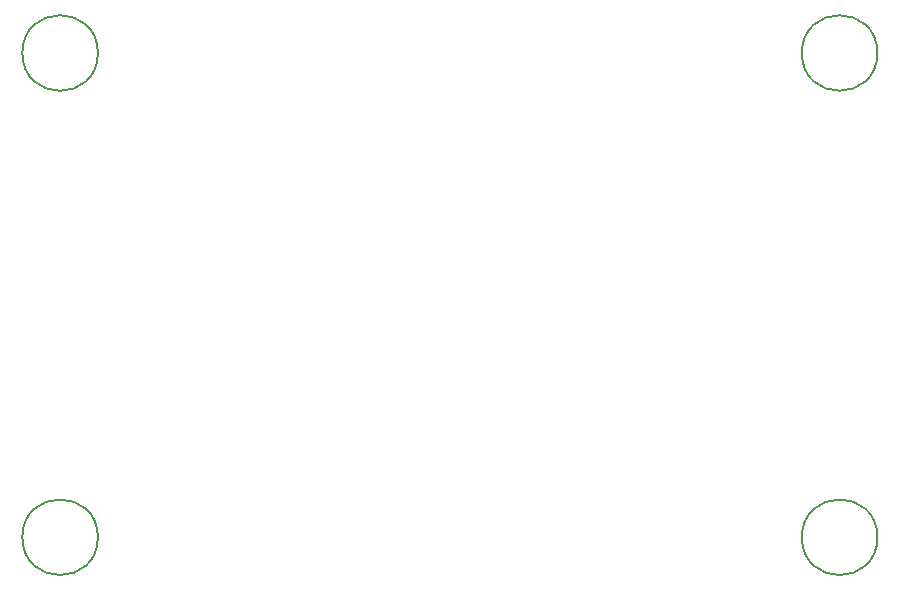
<source format=gbr>
%TF.GenerationSoftware,KiCad,Pcbnew,6.0.6-3a73a75311~116~ubuntu20.04.1*%
%TF.CreationDate,2023-06-18T00:08:06+09:00*%
%TF.ProjectId,catchrobo2023_OtherSubstrate,63617463-6872-46f6-926f-323032335f4f,rev?*%
%TF.SameCoordinates,Original*%
%TF.FileFunction,Other,Comment*%
%FSLAX46Y46*%
G04 Gerber Fmt 4.6, Leading zero omitted, Abs format (unit mm)*
G04 Created by KiCad (PCBNEW 6.0.6-3a73a75311~116~ubuntu20.04.1) date 2023-06-18 00:08:06*
%MOMM*%
%LPD*%
G01*
G04 APERTURE LIST*
%ADD10C,0.150000*%
G04 APERTURE END LIST*
D10*
%TO.C,REF\u002A\u002A*%
X6200000Y44000000D02*
G75*
G03*
X6200000Y44000000I-3200000J0D01*
G01*
X72200000Y44000000D02*
G75*
G03*
X72200000Y44000000I-3200000J0D01*
G01*
X72200000Y3000000D02*
G75*
G03*
X72200000Y3000000I-3200000J0D01*
G01*
X6200000Y3000000D02*
G75*
G03*
X6200000Y3000000I-3200000J0D01*
G01*
%TD*%
M02*

</source>
